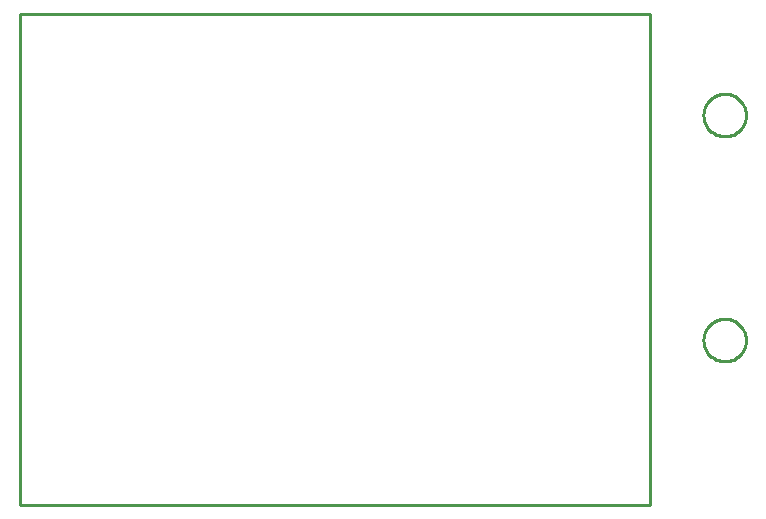
<source format=gbr>
G04 EAGLE Gerber RS-274X export*
G75*
%MOMM*%
%FSLAX34Y34*%
%LPD*%
%IN*%
%IPPOS*%
%AMOC8*
5,1,8,0,0,1.08239X$1,22.5*%
G01*
%ADD10C,0.254000*%


D10*
X0Y0D02*
X533200Y0D01*
X533200Y415800D01*
X0Y415800D01*
X0Y0D01*
X596311Y121700D02*
X595135Y121777D01*
X593966Y121931D01*
X592810Y122161D01*
X591672Y122466D01*
X590556Y122845D01*
X589467Y123296D01*
X588410Y123817D01*
X587390Y124406D01*
X586410Y125061D01*
X585475Y125778D01*
X584589Y126555D01*
X583755Y127389D01*
X582978Y128275D01*
X582261Y129210D01*
X581606Y130190D01*
X581017Y131210D01*
X580496Y132267D01*
X580045Y133356D01*
X579666Y134472D01*
X579361Y135610D01*
X579131Y136766D01*
X578977Y137935D01*
X578900Y139111D01*
X578900Y140289D01*
X578977Y141465D01*
X579131Y142634D01*
X579361Y143790D01*
X579666Y144928D01*
X580045Y146044D01*
X580496Y147133D01*
X581017Y148190D01*
X581606Y149210D01*
X582261Y150190D01*
X582978Y151125D01*
X583755Y152011D01*
X584589Y152845D01*
X585475Y153622D01*
X586410Y154339D01*
X587390Y154994D01*
X588410Y155583D01*
X589467Y156104D01*
X590556Y156555D01*
X591672Y156934D01*
X592810Y157239D01*
X593966Y157469D01*
X595135Y157623D01*
X596311Y157700D01*
X597489Y157700D01*
X598665Y157623D01*
X599834Y157469D01*
X600990Y157239D01*
X602128Y156934D01*
X603244Y156555D01*
X604333Y156104D01*
X605390Y155583D01*
X606410Y154994D01*
X607390Y154339D01*
X608325Y153622D01*
X609211Y152845D01*
X610045Y152011D01*
X610822Y151125D01*
X611539Y150190D01*
X612194Y149210D01*
X612783Y148190D01*
X613304Y147133D01*
X613755Y146044D01*
X614134Y144928D01*
X614439Y143790D01*
X614669Y142634D01*
X614823Y141465D01*
X614900Y140289D01*
X614900Y139111D01*
X614823Y137935D01*
X614669Y136766D01*
X614439Y135610D01*
X614134Y134472D01*
X613755Y133356D01*
X613304Y132267D01*
X612783Y131210D01*
X612194Y130190D01*
X611539Y129210D01*
X610822Y128275D01*
X610045Y127389D01*
X609211Y126555D01*
X608325Y125778D01*
X607390Y125061D01*
X606410Y124406D01*
X605390Y123817D01*
X604333Y123296D01*
X603244Y122845D01*
X602128Y122466D01*
X600990Y122161D01*
X599834Y121931D01*
X598665Y121777D01*
X597489Y121700D01*
X596311Y121700D01*
X596311Y312200D02*
X595135Y312277D01*
X593966Y312431D01*
X592810Y312661D01*
X591672Y312966D01*
X590556Y313345D01*
X589467Y313796D01*
X588410Y314317D01*
X587390Y314906D01*
X586410Y315561D01*
X585475Y316278D01*
X584589Y317055D01*
X583755Y317889D01*
X582978Y318775D01*
X582261Y319710D01*
X581606Y320690D01*
X581017Y321710D01*
X580496Y322767D01*
X580045Y323856D01*
X579666Y324972D01*
X579361Y326110D01*
X579131Y327266D01*
X578977Y328435D01*
X578900Y329611D01*
X578900Y330789D01*
X578977Y331965D01*
X579131Y333134D01*
X579361Y334290D01*
X579666Y335428D01*
X580045Y336544D01*
X580496Y337633D01*
X581017Y338690D01*
X581606Y339710D01*
X582261Y340690D01*
X582978Y341625D01*
X583755Y342511D01*
X584589Y343345D01*
X585475Y344122D01*
X586410Y344839D01*
X587390Y345494D01*
X588410Y346083D01*
X589467Y346604D01*
X590556Y347055D01*
X591672Y347434D01*
X592810Y347739D01*
X593966Y347969D01*
X595135Y348123D01*
X596311Y348200D01*
X597489Y348200D01*
X598665Y348123D01*
X599834Y347969D01*
X600990Y347739D01*
X602128Y347434D01*
X603244Y347055D01*
X604333Y346604D01*
X605390Y346083D01*
X606410Y345494D01*
X607390Y344839D01*
X608325Y344122D01*
X609211Y343345D01*
X610045Y342511D01*
X610822Y341625D01*
X611539Y340690D01*
X612194Y339710D01*
X612783Y338690D01*
X613304Y337633D01*
X613755Y336544D01*
X614134Y335428D01*
X614439Y334290D01*
X614669Y333134D01*
X614823Y331965D01*
X614900Y330789D01*
X614900Y329611D01*
X614823Y328435D01*
X614669Y327266D01*
X614439Y326110D01*
X614134Y324972D01*
X613755Y323856D01*
X613304Y322767D01*
X612783Y321710D01*
X612194Y320690D01*
X611539Y319710D01*
X610822Y318775D01*
X610045Y317889D01*
X609211Y317055D01*
X608325Y316278D01*
X607390Y315561D01*
X606410Y314906D01*
X605390Y314317D01*
X604333Y313796D01*
X603244Y313345D01*
X602128Y312966D01*
X600990Y312661D01*
X599834Y312431D01*
X598665Y312277D01*
X597489Y312200D01*
X596311Y312200D01*
M02*

</source>
